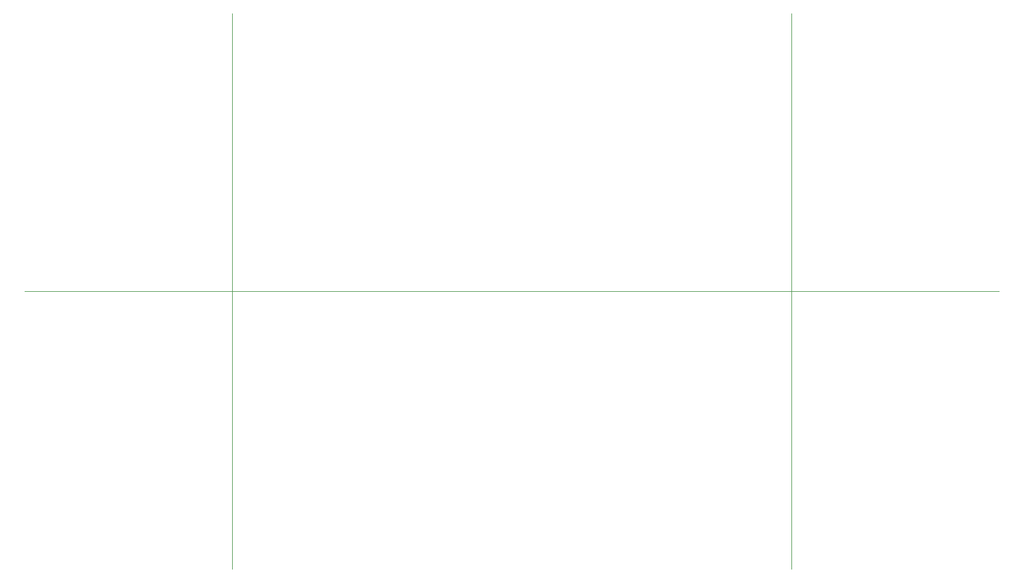
<source format=gbr>
G75*
G71*
%MOMM*%
%OFA0B0*%
%FSLAX53Y53*%
%IPPOS*%
%LPD*%
%ADD10C,0.00100*%
D10*
X0000000Y0040131D02*
X0140714Y0040131D01*
X0029970Y0000000D02*
X0029970Y0080262D01*
X0029972Y0000000D02*
X0029972Y0080262D01*
X0110743Y0000000D02*
X0110743Y0080262D01*
M02*

</source>
